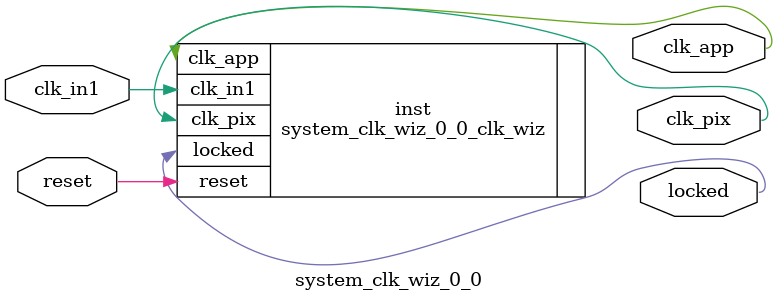
<source format=v>


`timescale 1ps/1ps

(* CORE_GENERATION_INFO = "system_clk_wiz_0_0,clk_wiz_v5_4_3_0,{component_name=system_clk_wiz_0_0,use_phase_alignment=true,use_min_o_jitter=false,use_max_i_jitter=false,use_dyn_phase_shift=false,use_inclk_switchover=false,use_dyn_reconfig=false,enable_axi=0,feedback_source=FDBK_AUTO,PRIMITIVE=MMCM,num_out_clk=2,clkin1_period=10.000,clkin2_period=10.000,use_power_down=false,use_reset=true,use_locked=true,use_inclk_stopped=false,feedback_type=SINGLE,CLOCK_MGR_TYPE=NA,manual_override=false}" *)

module system_clk_wiz_0_0 
 (
  // Clock out ports
  output        clk_app,
  output        clk_pix,
  // Status and control signals
  input         reset,
  output        locked,
 // Clock in ports
  input         clk_in1
 );

  system_clk_wiz_0_0_clk_wiz inst
  (
  // Clock out ports  
  .clk_app(clk_app),
  .clk_pix(clk_pix),
  // Status and control signals               
  .reset(reset), 
  .locked(locked),
 // Clock in ports
  .clk_in1(clk_in1)
  );

endmodule

</source>
